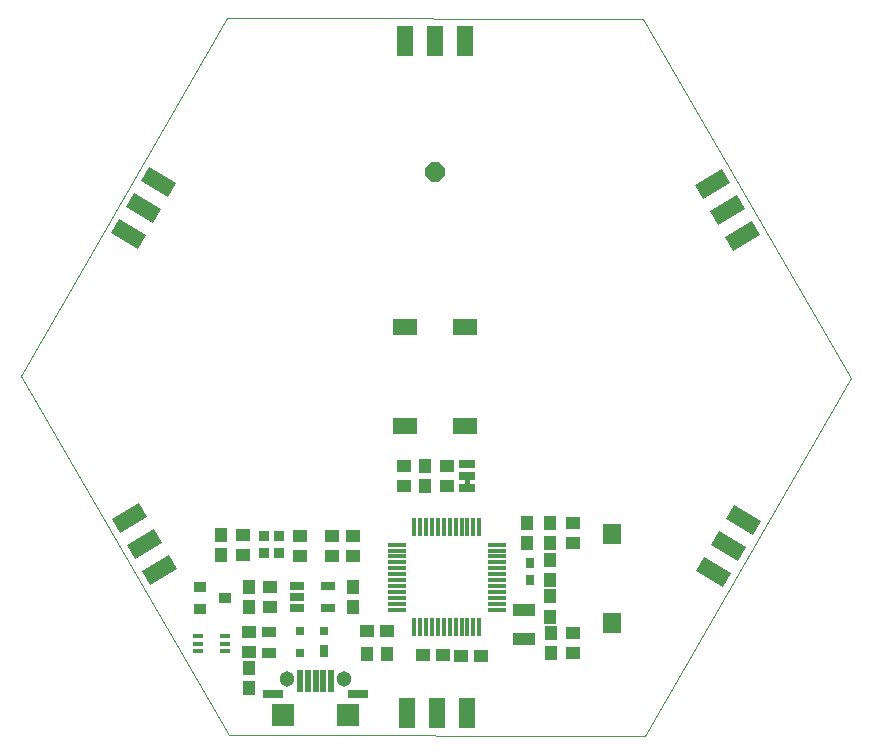
<source format=gts>
G75*
%MOIN*%
%OFA0B0*%
%FSLAX25Y25*%
%IPPOS*%
%LPD*%
%AMOC8*
5,1,8,0,0,1.08239X$1,22.5*
%
%ADD10C,0.00000*%
%ADD11R,0.04337X0.04731*%
%ADD12R,0.04731X0.04337*%
%ADD13R,0.03156X0.04337*%
%ADD14R,0.03156X0.02762*%
%ADD15R,0.05124X0.03550*%
%ADD16OC8,0.06400*%
%ADD17R,0.05400X0.10400*%
%ADD18R,0.10400X0.05400*%
%ADD19R,0.03156X0.03353*%
%ADD20R,0.03550X0.03550*%
%ADD21R,0.03943X0.03550*%
%ADD22R,0.05124X0.02565*%
%ADD23R,0.03750X0.01800*%
%ADD24R,0.06306X0.01502*%
%ADD25R,0.01502X0.06306*%
%ADD26R,0.01975X0.07487*%
%ADD27R,0.07400X0.07400*%
%ADD28C,0.05124*%
%ADD29R,0.07093X0.02900*%
%ADD30R,0.07487X0.04337*%
%ADD31R,0.08372X0.05420*%
%ADD32R,0.05400X0.02900*%
%ADD33C,0.00500*%
%ADD34R,0.05912X0.06699*%
D10*
X0156177Y0131750D02*
X0294617Y0131378D01*
X0363514Y0250712D01*
X0293972Y0370419D01*
X0155532Y0370791D01*
X0086634Y0251457D01*
X0156177Y0131750D01*
D11*
X0162624Y0147315D03*
X0162624Y0154008D03*
X0162674Y0174365D03*
X0162674Y0181058D03*
X0153374Y0191565D03*
X0153374Y0198258D03*
X0197524Y0181058D03*
X0197524Y0174365D03*
X0201978Y0158562D03*
X0208670Y0158562D03*
X0255424Y0195615D03*
X0255424Y0202308D03*
X0262937Y0202321D03*
X0262937Y0195628D03*
X0262974Y0190008D03*
X0262974Y0183315D03*
X0263074Y0177908D03*
X0263074Y0171215D03*
X0263274Y0165708D03*
X0263274Y0159015D03*
X0221524Y0214667D03*
X0221524Y0221360D03*
D12*
X0214325Y0221408D03*
X0214325Y0214715D03*
X0228725Y0214715D03*
X0228725Y0221408D03*
X0197374Y0198108D03*
X0197374Y0191415D03*
X0190274Y0191465D03*
X0190274Y0198158D03*
X0179624Y0198108D03*
X0179624Y0191415D03*
X0169674Y0181058D03*
X0169674Y0174365D03*
X0162674Y0166058D03*
X0162674Y0159365D03*
X0160724Y0191565D03*
X0160724Y0198258D03*
X0201978Y0166512D03*
X0208670Y0166512D03*
X0220628Y0158262D03*
X0227320Y0158262D03*
X0233328Y0158212D03*
X0240020Y0158212D03*
X0270574Y0158965D03*
X0270574Y0165658D03*
X0270574Y0195665D03*
X0270574Y0202358D03*
D13*
X0187561Y0159759D03*
D14*
X0187561Y0166452D03*
X0179687Y0166452D03*
X0179687Y0158972D03*
D15*
X0169324Y0159068D03*
X0169324Y0166155D03*
D16*
X0224625Y0319362D03*
D17*
X0224752Y0363105D03*
X0234752Y0363105D03*
X0214752Y0363105D03*
X0215397Y0139064D03*
X0225397Y0139064D03*
X0235397Y0139064D03*
D18*
G36*
X0314417Y0191073D02*
X0323423Y0185874D01*
X0320723Y0181197D01*
X0311717Y0186396D01*
X0314417Y0191073D01*
G37*
G36*
X0319417Y0199733D02*
X0328423Y0194534D01*
X0325723Y0189857D01*
X0316717Y0195056D01*
X0319417Y0199733D01*
G37*
G36*
X0324417Y0208393D02*
X0333423Y0203194D01*
X0330723Y0198517D01*
X0321717Y0203716D01*
X0324417Y0208393D01*
G37*
G36*
X0321440Y0297831D02*
X0330446Y0303030D01*
X0333146Y0298353D01*
X0324140Y0293154D01*
X0321440Y0297831D01*
G37*
G36*
X0316440Y0306491D02*
X0325446Y0311690D01*
X0328146Y0307013D01*
X0319140Y0301814D01*
X0316440Y0306491D01*
G37*
G36*
X0311440Y0315151D02*
X0320446Y0320350D01*
X0323146Y0315673D01*
X0314140Y0310474D01*
X0311440Y0315151D01*
G37*
G36*
X0135731Y0311096D02*
X0126725Y0316295D01*
X0129425Y0320972D01*
X0138431Y0315773D01*
X0135731Y0311096D01*
G37*
G36*
X0130731Y0302436D02*
X0121725Y0307635D01*
X0124425Y0312312D01*
X0133431Y0307113D01*
X0130731Y0302436D01*
G37*
G36*
X0125731Y0293776D02*
X0116725Y0298975D01*
X0119425Y0303652D01*
X0128431Y0298453D01*
X0125731Y0293776D01*
G37*
G36*
X0128754Y0204275D02*
X0119748Y0199076D01*
X0117048Y0203753D01*
X0126054Y0208952D01*
X0128754Y0204275D01*
G37*
G36*
X0133754Y0195615D02*
X0124748Y0190416D01*
X0122048Y0195093D01*
X0131054Y0200292D01*
X0133754Y0195615D01*
G37*
G36*
X0138754Y0186954D02*
X0129748Y0181755D01*
X0127048Y0186432D01*
X0136054Y0191631D01*
X0138754Y0186954D01*
G37*
D19*
X0256424Y0189066D03*
X0256424Y0183357D03*
D20*
X0172674Y0192259D03*
X0167674Y0192259D03*
X0167674Y0198164D03*
X0172674Y0198164D03*
D21*
X0154605Y0177362D03*
X0146337Y0181102D03*
X0146337Y0173622D03*
D22*
X0178806Y0173972D03*
X0178806Y0177712D03*
X0178806Y0181452D03*
X0189042Y0181452D03*
X0189042Y0173972D03*
D23*
X0154699Y0164771D03*
X0154699Y0162212D03*
X0154699Y0159653D03*
X0145749Y0159653D03*
X0145749Y0162212D03*
X0145749Y0164771D03*
D24*
X0211891Y0173512D03*
X0211891Y0175481D03*
X0211891Y0177449D03*
X0211891Y0179418D03*
X0211891Y0181386D03*
X0211891Y0183355D03*
X0211891Y0185323D03*
X0211891Y0187292D03*
X0211891Y0189260D03*
X0211891Y0191229D03*
X0211891Y0193197D03*
X0211891Y0195166D03*
X0245356Y0195166D03*
X0245356Y0193197D03*
X0245356Y0191229D03*
X0245356Y0189260D03*
X0245356Y0187292D03*
X0245356Y0185323D03*
X0245356Y0183355D03*
X0245356Y0181386D03*
X0245356Y0179418D03*
X0245356Y0177449D03*
X0245356Y0175481D03*
X0245356Y0173512D03*
D25*
X0239451Y0167607D03*
X0237482Y0167607D03*
X0235514Y0167607D03*
X0233545Y0167607D03*
X0231577Y0167607D03*
X0229608Y0167607D03*
X0227640Y0167607D03*
X0225671Y0167607D03*
X0223702Y0167607D03*
X0221734Y0167607D03*
X0219765Y0167607D03*
X0217797Y0167607D03*
X0217797Y0201071D03*
X0219765Y0201071D03*
X0221734Y0201071D03*
X0223702Y0201071D03*
X0225671Y0201071D03*
X0227640Y0201071D03*
X0229608Y0201071D03*
X0231577Y0201071D03*
X0233545Y0201071D03*
X0235514Y0201071D03*
X0237482Y0201071D03*
X0239451Y0201071D03*
D26*
X0190047Y0149819D03*
X0187488Y0149819D03*
X0184929Y0149819D03*
X0182370Y0149819D03*
X0179811Y0149819D03*
D27*
X0174201Y0138402D03*
X0195658Y0138402D03*
D28*
X0194477Y0150331D03*
X0175382Y0150331D03*
D29*
X0170756Y0145489D03*
X0199103Y0145489D03*
D30*
X0254524Y0163690D03*
X0254524Y0173533D03*
D31*
X0234567Y0234847D03*
X0214586Y0234847D03*
X0214586Y0267619D03*
X0234567Y0267619D03*
D32*
X0235425Y0221962D03*
X0235425Y0217962D03*
X0235425Y0213962D03*
D33*
X0234925Y0215212D02*
X0234925Y0216712D01*
X0235925Y0216712D01*
X0235925Y0215212D01*
X0234925Y0215212D01*
X0234925Y0215307D02*
X0235925Y0215307D01*
X0235925Y0215805D02*
X0234925Y0215805D01*
X0234925Y0216304D02*
X0235925Y0216304D01*
D34*
X0283700Y0198651D03*
X0283700Y0169124D03*
M02*

</source>
